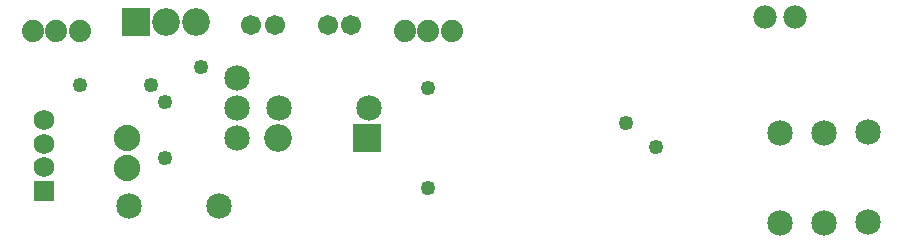
<source format=gbs>
G04 MADE WITH FRITZING*
G04 WWW.FRITZING.ORG*
G04 DOUBLE SIDED*
G04 HOLES PLATED*
G04 CONTOUR ON CENTER OF CONTOUR VECTOR*
%ASAXBY*%
%FSLAX23Y23*%
%MOIN*%
%OFA0B0*%
%SFA1.0B1.0*%
%ADD10C,0.049370*%
%ADD11C,0.085000*%
%ADD12C,0.092000*%
%ADD13C,0.069200*%
%ADD14C,0.077559*%
%ADD15C,0.067000*%
%ADD16C,0.074000*%
%ADD17C,0.088000*%
%ADD18R,0.092000X0.092000*%
%ADD19R,0.069200X0.069200*%
%LNMASK0*%
G90*
G70*
G54D10*
X2088Y464D03*
X2187Y385D03*
G54D11*
X792Y615D03*
X792Y515D03*
X792Y415D03*
G54D12*
X1225Y415D03*
X927Y415D03*
G54D13*
X149Y238D03*
X149Y474D03*
X149Y395D03*
X149Y316D03*
G54D14*
X2650Y818D03*
X2550Y818D03*
G54D15*
X838Y789D03*
X917Y789D03*
G54D16*
X1350Y769D03*
X1429Y769D03*
X1508Y769D03*
G54D15*
X1094Y789D03*
X1173Y789D03*
G54D12*
X455Y799D03*
X555Y799D03*
X655Y799D03*
G54D11*
X930Y513D03*
X1230Y513D03*
X2896Y434D03*
X2896Y134D03*
G54D10*
X553Y533D03*
G54D11*
X730Y188D03*
X430Y188D03*
X2600Y129D03*
X2600Y429D03*
X2748Y129D03*
X2748Y429D03*
G54D17*
X425Y415D03*
X425Y315D03*
G54D10*
X553Y346D03*
X1429Y248D03*
X1429Y582D03*
G54D16*
X110Y769D03*
X189Y769D03*
X268Y769D03*
G54D10*
X671Y651D03*
X504Y592D03*
X268Y592D03*
G54D18*
X1226Y415D03*
G54D19*
X149Y238D03*
G54D18*
X455Y799D03*
G04 End of Mask0*
M02*
</source>
